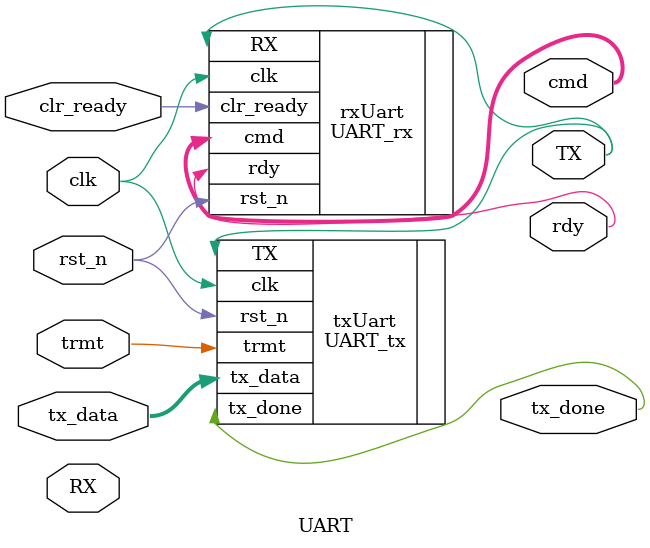
<source format=sv>
module UART(clk, rst_n, RX, rdy, cmd, clr_ready, trmt, tx_data, tx_done, TX);
	input clk, rst_n, RX, clr_ready, trmt;
	input[7:0] tx_data;
	output TX, tx_done;
	output rdy;
	output[7:0] cmd;
	
	UART_tx txUart(.clk(clk), .rst_n(rst_n), .trmt(trmt), .tx_data(tx_data), .tx_done(tx_done), .TX(TX));
	UART_rx rxUart(.clk(clk), .rst_n(rst_n), .RX(TX), .rdy(rdy), .cmd(cmd), .clr_ready(clr_ready));

endmodule
</source>
